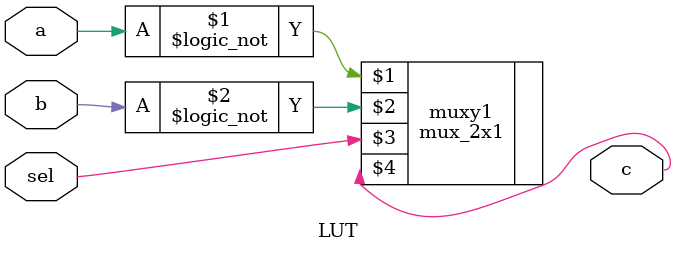
<source format=sv>
`timescale 1ns / 1ps
(* keep="true" *)
(* dont_touch = "true" *)
//////////////////////////////////////////////////////////////////////////////////
// Company: 
// Engineer: 
// 
// Create Date: 10/03/2023 05:07:37 PM
// Design Name: 
// Module Name: LUT
// Project Name: 
// Target Devices: 
// Tool Versions: 
// Description: 
// 
// Dependencies: 
// 
// Revision:
// Revision 0.01 - File Created
// Additional Comments:
// 
//////////////////////////////////////////////////////////////////////////////////


module LUT(
    input logic a,
    input logic b,
    input logic sel,
    output logic c
    );
    mux_2x1 muxy1(!a, !b, sel, c);
endmodule

</source>
